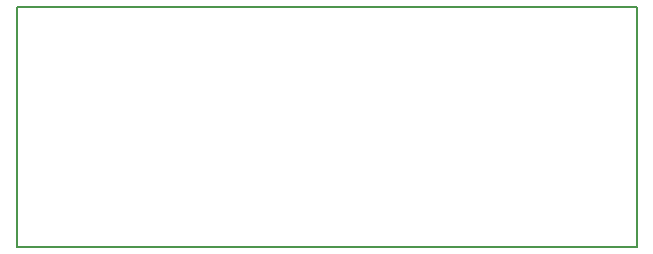
<source format=gm1>
G04*
G04 #@! TF.GenerationSoftware,Altium Limited,Altium Designer,21.9.2 (33)*
G04*
G04 Layer_Color=16711935*
%FSAX44Y44*%
%MOMM*%
G71*
G04*
G04 #@! TF.SameCoordinates,37C0D4A5-8E60-4C82-868F-7AA08B848B10*
G04*
G04*
G04 #@! TF.FilePolarity,Positive*
G04*
G01*
G75*
%ADD12C,0.2000*%
D12*
X00000000Y-00101600D02*
X00525000D01*
Y00101600D01*
X00000000D02*
X00525000D01*
X00000000Y-00101600D02*
Y00101600D01*
M02*

</source>
